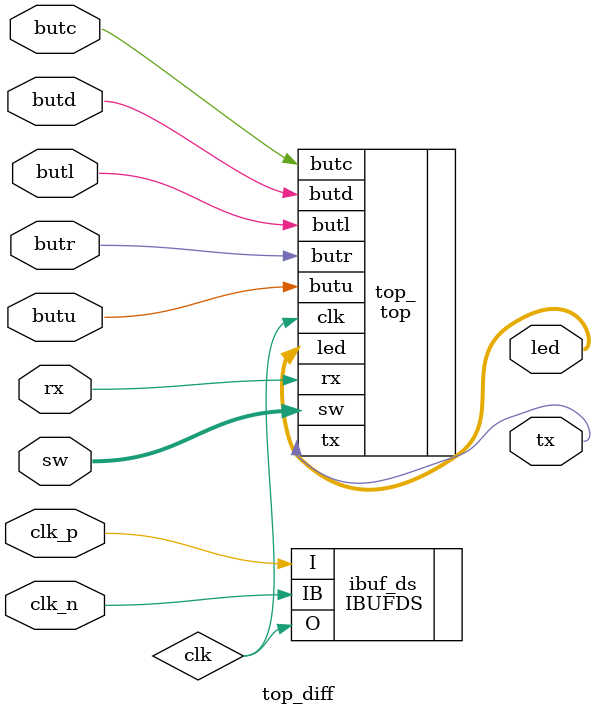
<source format=v>
`include "ram_36bit.v"

module top_diff (
    input wire clk_p,
    input wire clk_n,
    output wire [15:0] led,
    input wire [15:0] sw,
    output wire tx,
    input wire rx,
    input wire butu,
    input wire butd,
    input wire butl,
    input wire butr,
    input wire butc
);
    wire clk;
    IBUFDS ibuf_ds (.I(clk_p), .IB(clk_n), .O(clk));
    top top_ (
        .led(led),
        .sw(sw),
        .tx(tx),
        .rx(rx),
        .butu(butu),
        .butd(butd),
        .butl(butl),
        .butr(butr),
        .butc(butc),
        .clk(clk)
    );
endmodule


</source>
